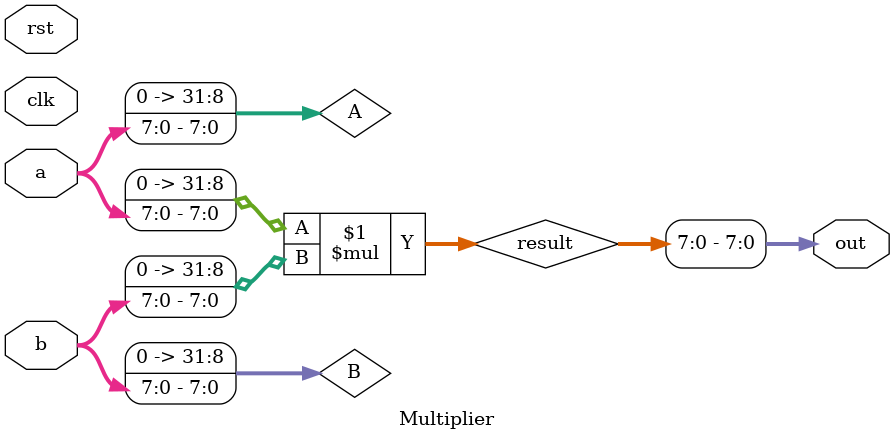
<source format=v>
module Multiplier(clk, rst, a, b, out);
    input clk, rst;
    input [7:0] a, b;
    output [7:0] out;
    
    integer A;
    assign A = {24'b0, a};
    integer B;
    assign B = {24'b0, b};

    integer result;
    assign result = A * B;
    assign out = result[7:0];
   

endmodule
</source>
